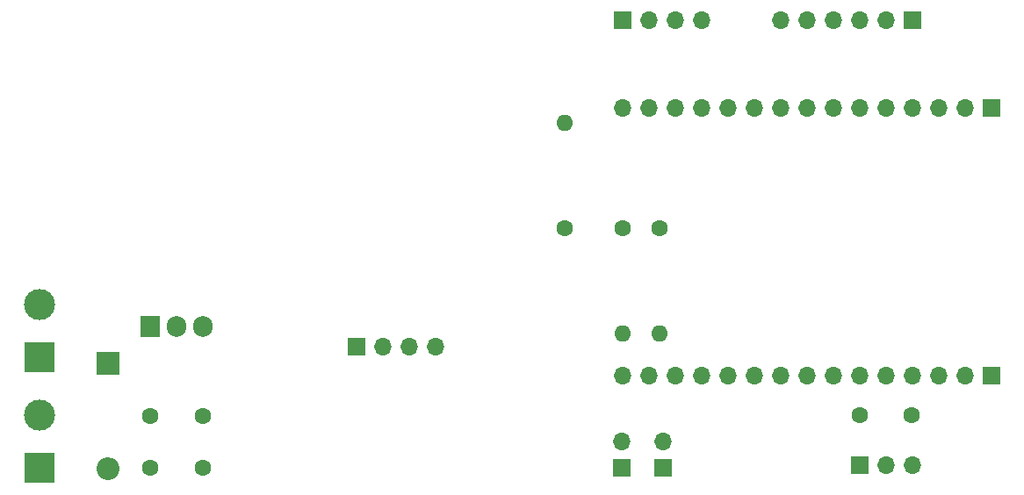
<source format=gbr>
%TF.GenerationSoftware,KiCad,Pcbnew,(6.0.5)*%
%TF.CreationDate,2024-06-19T12:06:20-03:00*%
%TF.ProjectId,PLACA_RNI_V1,504c4143-415f-4524-9e49-5f56312e6b69,rev?*%
%TF.SameCoordinates,Original*%
%TF.FileFunction,Copper,L1,Top*%
%TF.FilePolarity,Positive*%
%FSLAX46Y46*%
G04 Gerber Fmt 4.6, Leading zero omitted, Abs format (unit mm)*
G04 Created by KiCad (PCBNEW (6.0.5)) date 2024-06-19 12:06:20*
%MOMM*%
%LPD*%
G01*
G04 APERTURE LIST*
%TA.AperFunction,ComponentPad*%
%ADD10R,1.700000X1.700000*%
%TD*%
%TA.AperFunction,ComponentPad*%
%ADD11O,1.700000X1.700000*%
%TD*%
%TA.AperFunction,ComponentPad*%
%ADD12R,1.905000X2.000000*%
%TD*%
%TA.AperFunction,ComponentPad*%
%ADD13O,1.905000X2.000000*%
%TD*%
%TA.AperFunction,ComponentPad*%
%ADD14C,1.600000*%
%TD*%
%TA.AperFunction,ComponentPad*%
%ADD15O,1.600000X1.600000*%
%TD*%
%TA.AperFunction,ComponentPad*%
%ADD16R,2.200000X2.200000*%
%TD*%
%TA.AperFunction,ComponentPad*%
%ADD17O,2.200000X2.200000*%
%TD*%
%TA.AperFunction,ComponentPad*%
%ADD18R,3.000000X3.000000*%
%TD*%
%TA.AperFunction,ComponentPad*%
%ADD19C,3.000000*%
%TD*%
G04 APERTURE END LIST*
D10*
%TO.P,J3,1,Pin_1*%
%TO.N,GND*%
X167400000Y-134325000D03*
D11*
%TO.P,J3,2,Pin_2*%
%TO.N,/TX*%
X169940000Y-134325000D03*
%TO.P,J3,3,Pin_3*%
%TO.N,/RX*%
X172480000Y-134325000D03*
%TO.P,J3,4,Pin_4*%
%TO.N,+5V*%
X175020000Y-134325000D03*
%TD*%
D12*
%TO.P,U1,1,VI*%
%TO.N,Net-(C1-Pad1)*%
X147558000Y-132408000D03*
D13*
%TO.P,U1,2,GND*%
%TO.N,GND*%
X150098000Y-132408000D03*
%TO.P,U1,3,VO*%
%TO.N,+5V*%
X152638000Y-132408000D03*
%TD*%
D10*
%TO.P,B2,1,Pin_1*%
%TO.N,GND*%
X197000000Y-146050000D03*
D11*
%TO.P,B2,2,Pin_2*%
%TO.N,/Buttom_2*%
X197000000Y-143510000D03*
%TD*%
D14*
%TO.P,C3,1*%
%TO.N,/ADC*%
X215900000Y-140970000D03*
%TO.P,C3,2*%
%TO.N,GND*%
X220900000Y-140970000D03*
%TD*%
%TO.P,R3,1*%
%TO.N,+5V*%
X187452000Y-122936000D03*
D15*
%TO.P,R3,2*%
X187452000Y-112776000D03*
%TD*%
D10*
%TO.P,J2,1,Pin_1*%
%TO.N,/cs*%
X220980000Y-102870000D03*
D11*
%TO.P,J2,2,Pin_2*%
%TO.N,/SCK*%
X218440000Y-102870000D03*
%TO.P,J2,3,Pin_3*%
%TO.N,unconnected-(J2-Pad3)*%
X215900000Y-102870000D03*
%TO.P,J2,4,Pin_4*%
%TO.N,/MISO*%
X213360000Y-102870000D03*
%TO.P,J2,5,Pin_5*%
%TO.N,unconnected-(J2-Pad5)*%
X210820000Y-102870000D03*
%TO.P,J2,6,Pin_6*%
%TO.N,GND*%
X208280000Y-102870000D03*
%TD*%
D10*
%TO.P,J7,1,Pin_1*%
%TO.N,unconnected-(J7-Pad1)*%
X228600000Y-111300000D03*
D11*
%TO.P,J7,2,Pin_2*%
%TO.N,GND*%
X226060000Y-111300000D03*
%TO.P,J7,3,Pin_3*%
%TO.N,unconnected-(J7-Pad3)*%
X223520000Y-111300000D03*
%TO.P,J7,4,Pin_4*%
%TO.N,unconnected-(J7-Pad4)*%
X220980000Y-111300000D03*
%TO.P,J7,5,Pin_5*%
%TO.N,unconnected-(J7-Pad5)*%
X218440000Y-111300000D03*
%TO.P,J7,6,Pin_6*%
%TO.N,/RX*%
X215900000Y-111300000D03*
%TO.P,J7,7,Pin_7*%
%TO.N,/TX*%
X213360000Y-111300000D03*
%TO.P,J7,8,Pin_8*%
%TO.N,/cs*%
X210820000Y-111300000D03*
%TO.P,J7,9,Pin_9*%
%TO.N,/SCK*%
X208280000Y-111300000D03*
%TO.P,J7,10,Pin_10*%
%TO.N,/MISO*%
X205740000Y-111300000D03*
%TO.P,J7,11,Pin_11*%
%TO.N,/SDA*%
X203200000Y-111300000D03*
%TO.P,J7,12,Pin_12*%
%TO.N,unconnected-(J7-Pad12)*%
X200660000Y-111300000D03*
%TO.P,J7,13,Pin_13*%
%TO.N,unconnected-(J7-Pad13)*%
X198120000Y-111300000D03*
%TO.P,J7,14,Pin_14*%
%TO.N,/SCL*%
X195580000Y-111300000D03*
%TO.P,J7,15,Pin_15*%
%TO.N,/MOSI*%
X193040000Y-111300000D03*
%TD*%
D10*
%TO.P,J4,1,Pin_1*%
%TO.N,+5V*%
X193040000Y-102870000D03*
D11*
%TO.P,J4,2,Pin_2*%
%TO.N,GND*%
X195580000Y-102870000D03*
%TO.P,J4,3,Pin_3*%
%TO.N,/SCL*%
X198120000Y-102870000D03*
%TO.P,J4,4,Pin_4*%
%TO.N,/SDA*%
X200660000Y-102870000D03*
%TD*%
D10*
%TO.P,J6,1,Pin_1*%
%TO.N,+5V*%
X228600000Y-137160000D03*
D11*
%TO.P,J6,2,Pin_2*%
%TO.N,GND*%
X226060000Y-137160000D03*
%TO.P,J6,3,Pin_3*%
%TO.N,unconnected-(J6-Pad3)*%
X223520000Y-137160000D03*
%TO.P,J6,4,Pin_4*%
%TO.N,unconnected-(J6-Pad4)*%
X220980000Y-137160000D03*
%TO.P,J6,5,Pin_5*%
%TO.N,unconnected-(J6-Pad5)*%
X218440000Y-137160000D03*
%TO.P,J6,6,Pin_6*%
%TO.N,/ADC*%
X215900000Y-137160000D03*
%TO.P,J6,7,Pin_7*%
%TO.N,unconnected-(J6-Pad7)*%
X213360000Y-137160000D03*
%TO.P,J6,8,Pin_8*%
%TO.N,unconnected-(J6-Pad8)*%
X210820000Y-137160000D03*
%TO.P,J6,9,Pin_9*%
%TO.N,unconnected-(J6-Pad9)*%
X208280000Y-137160000D03*
%TO.P,J6,10,Pin_10*%
%TO.N,unconnected-(J6-Pad10)*%
X205740000Y-137160000D03*
%TO.P,J6,11,Pin_11*%
%TO.N,unconnected-(J6-Pad11)*%
X203200000Y-137160000D03*
%TO.P,J6,12,Pin_12*%
%TO.N,unconnected-(J6-Pad12)*%
X200660000Y-137160000D03*
%TO.P,J6,13,Pin_13*%
%TO.N,unconnected-(J6-Pad13)*%
X198120000Y-137160000D03*
%TO.P,J6,14,Pin_14*%
%TO.N,/Buttom_2*%
X195580000Y-137160000D03*
%TO.P,J6,15,Pin_15*%
%TO.N,/Buttom_1*%
X193040000Y-137160000D03*
%TD*%
D10*
%TO.P,J5,1,Pin_1*%
%TO.N,/ADC*%
X215900000Y-145796000D03*
D11*
%TO.P,J5,2,Pin_2*%
%TO.N,GND*%
X218440000Y-145796000D03*
%TO.P,J5,3,Pin_3*%
%TO.N,+5V*%
X220980000Y-145796000D03*
%TD*%
D16*
%TO.P,D1,1,K*%
%TO.N,Net-(D1-Pad1)*%
X143494000Y-135964000D03*
D17*
%TO.P,D1,2,A*%
%TO.N,GND*%
X143494000Y-146124000D03*
%TD*%
D14*
%TO.P,R2,1*%
%TO.N,+5V*%
X196596000Y-122936000D03*
D15*
%TO.P,R2,2*%
%TO.N,/Buttom_2*%
X196596000Y-133096000D03*
%TD*%
D14*
%TO.P,R1,1*%
%TO.N,+5V*%
X193040000Y-122936000D03*
D15*
%TO.P,R1,2*%
%TO.N,/Buttom_1*%
X193040000Y-133096000D03*
%TD*%
D18*
%TO.P,J8,1,Pin_1*%
%TO.N,Net-(D1-Pad1)*%
X136890000Y-135360000D03*
D19*
%TO.P,J8,2,Pin_2*%
%TO.N,+5V*%
X136890000Y-130280000D03*
%TD*%
D14*
%TO.P,C2,1*%
%TO.N,+5V*%
X152638000Y-141044000D03*
%TO.P,C2,2*%
%TO.N,GND*%
X152638000Y-146044000D03*
%TD*%
D18*
%TO.P,J1,1,Pin_1*%
%TO.N,Net-(D1-Pad1)*%
X136890000Y-146028000D03*
D19*
%TO.P,J1,2,Pin_2*%
%TO.N,Net-(C1-Pad1)*%
X136890000Y-140948000D03*
%TD*%
D14*
%TO.P,C1,1*%
%TO.N,Net-(C1-Pad1)*%
X147558000Y-141044000D03*
%TO.P,C1,2*%
%TO.N,GND*%
X147558000Y-146044000D03*
%TD*%
D10*
%TO.P,B1,1,Pin_1*%
%TO.N,GND*%
X193000000Y-146050000D03*
D11*
%TO.P,B1,2,Pin_2*%
%TO.N,/Buttom_1*%
X193000000Y-143510000D03*
%TD*%
M02*

</source>
